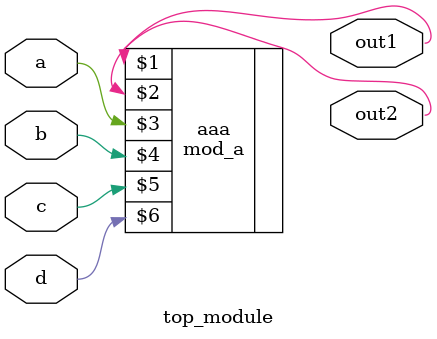
<source format=v>
module top_module ( 
    input a, 
    input b, 
    input c,
    input d,
    output out1,
    output out2
);

    mod_a aaa(out1,out2,a,b,c,d);
endmodule

</source>
